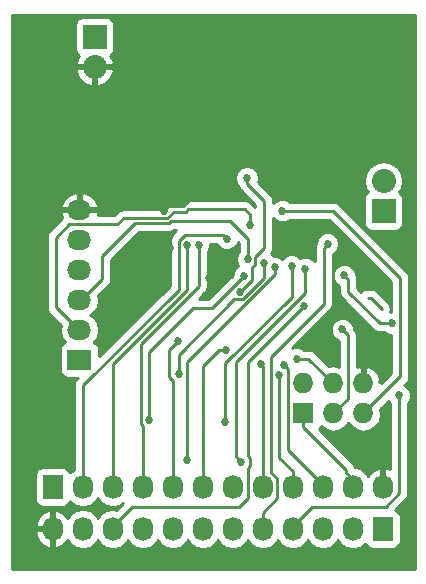
<source format=gbl>
%TF.GenerationSoftware,KiCad,Pcbnew,4.0.4+e1-6308~48~ubuntu16.04.1-stable*%
%TF.CreationDate,2016-12-31T15:20:46-08:00*%
%TF.ProjectId,atmega328,61746D6567613332382E6B696361645F,1.2*%
%TF.FileFunction,Copper,L2,Bot,Signal*%
%FSLAX46Y46*%
G04 Gerber Fmt 4.6, Leading zero omitted, Abs format (unit mm)*
G04 Created by KiCad (PCBNEW 4.0.4+e1-6308~48~ubuntu16.04.1-stable) date Sat Dec 31 15:20:46 2016*
%MOMM*%
%LPD*%
G01*
G04 APERTURE LIST*
%ADD10C,0.350000*%
%ADD11R,2.032000X1.727200*%
%ADD12O,2.032000X1.727200*%
%ADD13R,1.727200X2.032000*%
%ADD14O,1.727200X2.032000*%
%ADD15R,1.727200X1.727200*%
%ADD16O,1.727200X1.727200*%
%ADD17R,2.032000X2.032000*%
%ADD18O,2.032000X2.032000*%
%ADD19C,0.685800*%
%ADD20C,0.254000*%
%ADD21C,0.330200*%
%ADD22C,0.330200*%
%ADD23C,0.350000*%
G04 APERTURE END LIST*
D10*
D11*
X111988600Y-116992400D03*
D12*
X111988600Y-114452400D03*
X111988600Y-111912400D03*
X111988600Y-109372400D03*
X111988600Y-106832400D03*
X111988600Y-104292400D03*
D13*
X109728000Y-127762000D03*
D14*
X112268000Y-127762000D03*
X114808000Y-127762000D03*
X117348000Y-127762000D03*
X119888000Y-127762000D03*
X122428000Y-127762000D03*
X124968000Y-127762000D03*
X127508000Y-127762000D03*
X130048000Y-127762000D03*
X132588000Y-127762000D03*
X135128000Y-127762000D03*
X137668000Y-127762000D03*
D15*
X130937000Y-121539000D03*
D16*
X130937000Y-118999000D03*
X133477000Y-121539000D03*
X133477000Y-118999000D03*
X136017000Y-121539000D03*
X136017000Y-118999000D03*
D17*
X113284000Y-89662000D03*
D18*
X113284000Y-92202000D03*
D13*
X137668000Y-131318000D03*
D14*
X135128000Y-131318000D03*
X132588000Y-131318000D03*
X130048000Y-131318000D03*
X127508000Y-131318000D03*
X124968000Y-131318000D03*
X122428000Y-131318000D03*
X119888000Y-131318000D03*
X117348000Y-131318000D03*
X114808000Y-131318000D03*
X112268000Y-131318000D03*
X109728000Y-131318000D03*
D17*
X137731500Y-104394000D03*
D18*
X137731500Y-101854000D03*
D19*
X129159000Y-104378000D03*
X114886157Y-113700840D03*
X119650603Y-107559963D03*
X139192000Y-129603500D03*
X133667500Y-117094000D03*
X135763000Y-117157500D03*
X122957000Y-110052000D03*
X119126000Y-104394000D03*
X122936000Y-102362000D03*
X134937500Y-104330500D03*
X110998000Y-120269000D03*
X107569000Y-120269000D03*
X118160800Y-107899200D03*
X114401600Y-115747800D03*
X122643920Y-111633000D03*
X135763000Y-108458000D03*
X119634000Y-106553000D03*
X125539500Y-111252000D03*
X126174500Y-101600000D03*
X134239000Y-114427000D03*
X130371720Y-116898912D03*
X124460000Y-106730800D03*
X121098425Y-107268807D03*
X122072400Y-107289600D03*
X120307101Y-115404899D03*
X124409200Y-116128800D03*
X127393680Y-117367263D03*
X128892320Y-118291779D03*
X129286000Y-117398800D03*
X139065000Y-120015000D03*
X138430000Y-113919000D03*
X134405600Y-109855000D03*
X132994400Y-107188000D03*
X125691920Y-125628400D03*
X131114800Y-109270800D03*
X129946400Y-109016800D03*
X124307600Y-122275600D03*
X121107200Y-125476000D03*
X128524000Y-109169200D03*
X120383280Y-118224320D03*
X127609600Y-108762800D03*
X130966289Y-112475089D03*
X125933190Y-109883348D03*
X117906800Y-122072400D03*
X126447800Y-105581200D03*
X126238000Y-108458000D03*
D20*
X136398000Y-111736933D02*
X136628933Y-111736933D01*
X136628933Y-111736933D02*
X137566400Y-112674400D01*
X129643933Y-104378000D02*
X129159000Y-104378000D01*
X133461000Y-104378000D02*
X129643933Y-104378000D01*
X139153902Y-110070902D02*
X133461000Y-104378000D01*
X139153902Y-118402098D02*
X139153902Y-110070902D01*
X136017000Y-121539000D02*
X139153902Y-118402098D01*
D21*
X119507000Y-104013000D02*
X119126000Y-104394000D01*
X120800067Y-104013000D02*
X119507000Y-104013000D01*
X122936000Y-102362000D02*
X122451067Y-102362000D01*
X122451067Y-102362000D02*
X120800067Y-104013000D01*
X107569000Y-120269000D02*
X110998000Y-120269000D01*
D20*
X126555500Y-110236000D02*
X125539500Y-111252000D01*
X126555500Y-109220000D02*
X126555500Y-110236000D01*
X126873000Y-108902500D02*
X126555500Y-109220000D01*
X126873000Y-108267500D02*
X126873000Y-108902500D01*
X127635000Y-107505500D02*
X126873000Y-108267500D01*
X127635000Y-103545433D02*
X127635000Y-107505500D01*
X126174500Y-101600000D02*
X126174500Y-102084933D01*
X126174500Y-102084933D02*
X127635000Y-103545433D01*
X130937000Y-122656600D02*
X130937000Y-121539000D01*
X135128000Y-127101600D02*
X134569200Y-126542800D01*
X134569200Y-126542800D02*
X134569200Y-126288800D01*
X135128000Y-127762000D02*
X135128000Y-127101600D01*
X134569200Y-126288800D02*
X130937000Y-122656600D01*
X135128000Y-127762000D02*
X135128000Y-127609600D01*
X135128000Y-127609600D02*
X135178800Y-127558800D01*
X134721601Y-114909601D02*
X134239000Y-114427000D01*
X133477000Y-121539000D02*
X134721601Y-120294399D01*
X134721601Y-120294399D02*
X134721601Y-114909601D01*
X133477000Y-118999000D02*
X131376912Y-116898912D01*
X130856653Y-116898912D02*
X130371720Y-116898912D01*
X131376912Y-116898912D02*
X130856653Y-116898912D01*
X112268000Y-127762000D02*
X112268000Y-119155092D01*
X120907955Y-106387901D02*
X124117101Y-106387901D01*
X112268000Y-119155092D02*
X120374523Y-111048569D01*
X120374523Y-111048569D02*
X120374523Y-106921333D01*
X120374523Y-106921333D02*
X120907955Y-106387901D01*
X124117101Y-106387901D02*
X124460000Y-106730800D01*
X121098425Y-111043103D02*
X121098425Y-107753740D01*
X114808000Y-127762000D02*
X114808000Y-117333528D01*
X114808000Y-117333528D02*
X121098425Y-111043103D01*
X121098425Y-107753740D02*
X121098425Y-107268807D01*
X122072400Y-110787564D02*
X122072400Y-107774533D01*
X117166013Y-122402989D02*
X117166013Y-115693951D01*
X117348000Y-122584976D02*
X117166013Y-122402989D01*
X117348000Y-127762000D02*
X117348000Y-122584976D01*
X117166013Y-115693951D02*
X122072400Y-110787564D01*
X122072400Y-107774533D02*
X122072400Y-107289600D01*
X119888000Y-127762000D02*
X119888000Y-118800414D01*
X119888000Y-118800414D02*
X119545101Y-118457515D01*
X119545101Y-118457515D02*
X119545101Y-116166899D01*
X119545101Y-116166899D02*
X119888000Y-115824000D01*
X119888000Y-115824000D02*
X120307101Y-115404899D01*
X122428000Y-117500400D02*
X123799600Y-116128800D01*
X123799600Y-116128800D02*
X124409200Y-116128800D01*
X122428000Y-127762000D02*
X122428000Y-117500400D01*
X127508000Y-127762000D02*
X127508000Y-117481583D01*
X127508000Y-117481583D02*
X127393680Y-117367263D01*
X128892320Y-125285520D02*
X128892320Y-118776712D01*
X130048000Y-126441200D02*
X128892320Y-125285520D01*
X130048000Y-127762000D02*
X130048000Y-126441200D01*
X128892320Y-118776712D02*
X128892320Y-118291779D01*
X129286000Y-117398800D02*
X129628899Y-117741699D01*
X129628899Y-117741699D02*
X129628899Y-124650499D01*
X129628899Y-124650499D02*
X132588000Y-127609600D01*
X132588000Y-127609600D02*
X132588000Y-127762000D01*
X139065000Y-128277544D02*
X139065000Y-120015000D01*
X136804400Y-129438400D02*
X137904144Y-129438400D01*
X137904144Y-129438400D02*
X139065000Y-128277544D01*
X137414000Y-113919000D02*
X138430000Y-113919000D01*
X134748499Y-111253499D02*
X137414000Y-113919000D01*
X134405600Y-109855000D02*
X134748499Y-110197899D01*
X134748499Y-110197899D02*
X134748499Y-111253499D01*
X136804400Y-129438400D02*
X131699000Y-129438400D01*
X131699000Y-129438400D02*
X130073400Y-131064000D01*
X130073400Y-131064000D02*
X130073400Y-131216400D01*
X128168400Y-116738400D02*
X128168400Y-126509856D01*
X128168400Y-126509856D02*
X128752610Y-127094066D01*
X128752610Y-127094066D02*
X128752610Y-128727190D01*
X128752610Y-128727190D02*
X127533400Y-129946400D01*
X127533400Y-129946400D02*
X127533400Y-131216400D01*
X132651501Y-112255299D02*
X128168400Y-116738400D01*
X132994400Y-107188000D02*
X132651501Y-107530899D01*
X132651501Y-107530899D02*
X132651501Y-112255299D01*
X125222000Y-125158480D02*
X125349021Y-125285501D01*
X125349021Y-125285501D02*
X125691920Y-125628400D01*
X125222000Y-117195600D02*
X125222000Y-125158480D01*
X131114800Y-109270800D02*
X131114800Y-111302800D01*
X131114800Y-111302800D02*
X125222000Y-117195600D01*
X129946400Y-111651164D02*
X129946400Y-109501733D01*
X124307600Y-122275600D02*
X124307600Y-117289964D01*
X129946400Y-109501733D02*
X129946400Y-109016800D01*
X124307600Y-117289964D02*
X129946400Y-111651164D01*
X121107200Y-117180059D02*
X121107200Y-124991067D01*
X128524000Y-109763259D02*
X121107200Y-117180059D01*
X121107200Y-124991067D02*
X121107200Y-125476000D01*
X128524000Y-109169200D02*
X128524000Y-109763259D01*
X127609600Y-110102908D02*
X125838206Y-111874302D01*
X125100462Y-111874302D02*
X120383280Y-116591484D01*
X120383280Y-117739387D02*
X120383280Y-118224320D01*
X125838206Y-111874302D02*
X125100462Y-111874302D01*
X120383280Y-116591484D02*
X120383280Y-117739387D01*
X127609600Y-108762800D02*
X127609600Y-110102908D01*
X126263390Y-117177988D02*
X130623390Y-112817988D01*
X126415822Y-125975874D02*
X126415822Y-125280926D01*
X126263390Y-125128494D02*
X126263390Y-117177988D01*
X126263390Y-126128306D02*
X126415822Y-125975874D01*
X126263390Y-128701810D02*
X126263390Y-126128306D01*
X125526800Y-129438400D02*
X126263390Y-128701810D01*
X114833400Y-131064000D02*
X116459000Y-129438400D01*
X126415822Y-125280926D02*
X126263390Y-125128494D01*
X116459000Y-129438400D02*
X125526800Y-129438400D01*
X114833400Y-131216400D02*
X114833400Y-131064000D01*
X130623390Y-112817988D02*
X130966289Y-112475089D01*
X125590291Y-110226247D02*
X125933190Y-109883348D01*
X123192938Y-112623600D02*
X125590291Y-110226247D01*
X117906800Y-122072400D02*
X117906800Y-120548400D01*
X121564400Y-112623600D02*
X123192938Y-112623600D01*
X117889914Y-116298086D02*
X121564400Y-112623600D01*
X117889914Y-120531514D02*
X117889914Y-116298086D01*
X117906800Y-120548400D02*
X117889914Y-120531514D01*
X119983497Y-104457511D02*
X120984189Y-104457511D01*
X119424706Y-105016302D02*
X119983497Y-104457511D01*
X121174700Y-104267000D02*
X125984000Y-104267000D01*
X126447800Y-105096267D02*
X126447800Y-105581200D01*
X111094510Y-105537010D02*
X115196534Y-105537010D01*
X109982000Y-112547400D02*
X109982000Y-106649520D01*
X115717242Y-105016302D02*
X119424706Y-105016302D01*
X120984189Y-104457511D02*
X121174700Y-104267000D01*
X125984000Y-104267000D02*
X126447800Y-104730800D01*
X111861600Y-114427000D02*
X109982000Y-112547400D01*
X112014000Y-114427000D02*
X111861600Y-114427000D01*
X109982000Y-106649520D02*
X111094510Y-105537010D01*
X115196534Y-105537010D02*
X115717242Y-105016302D01*
X126447800Y-104730800D02*
X126447800Y-105096267D01*
X113919000Y-110134400D02*
X112141000Y-111912400D01*
X119593046Y-105422713D02*
X116700287Y-105422713D01*
X126238000Y-108458000D02*
X126238000Y-106807000D01*
X112141000Y-111912400D02*
X111988600Y-111912400D01*
X113919000Y-108204000D02*
X113919000Y-110134400D01*
X116700287Y-105422713D02*
X113919000Y-108204000D01*
X126238000Y-106807000D02*
X124714000Y-105283000D01*
X119732759Y-105283000D02*
X119593046Y-105422713D01*
X124714000Y-105283000D02*
X119732759Y-105283000D01*
X112166400Y-111887000D02*
X112014000Y-111887000D01*
X111861600Y-111887000D02*
X112014000Y-111887000D01*
G36*
X140387000Y-134672000D02*
X106247000Y-134672000D01*
X106247000Y-131679913D01*
X108242816Y-131679913D01*
X108436046Y-132232320D01*
X108825964Y-132668732D01*
X109353209Y-132922709D01*
X109368974Y-132925358D01*
X109601000Y-132804217D01*
X109601000Y-131445000D01*
X108387076Y-131445000D01*
X108242816Y-131679913D01*
X106247000Y-131679913D01*
X106247000Y-130956087D01*
X108242816Y-130956087D01*
X108387076Y-131191000D01*
X109601000Y-131191000D01*
X109601000Y-129831783D01*
X109368974Y-129710642D01*
X109353209Y-129713291D01*
X108825964Y-129967268D01*
X108436046Y-130403680D01*
X108242816Y-130956087D01*
X106247000Y-130956087D01*
X106247000Y-126746000D01*
X108216960Y-126746000D01*
X108216960Y-128778000D01*
X108261238Y-129013317D01*
X108400310Y-129229441D01*
X108612510Y-129374431D01*
X108864400Y-129425440D01*
X110591600Y-129425440D01*
X110826917Y-129381162D01*
X111043041Y-129242090D01*
X111188031Y-129029890D01*
X111196400Y-128988561D01*
X111208330Y-129006415D01*
X111694511Y-129331271D01*
X112268000Y-129445345D01*
X112841489Y-129331271D01*
X113327670Y-129006415D01*
X113538000Y-128691634D01*
X113748330Y-129006415D01*
X114234511Y-129331271D01*
X114808000Y-129445345D01*
X115381489Y-129331271D01*
X115703980Y-129115789D01*
X115122547Y-129697222D01*
X114808000Y-129634655D01*
X114234511Y-129748729D01*
X113748330Y-130073585D01*
X113538000Y-130388366D01*
X113327670Y-130073585D01*
X112841489Y-129748729D01*
X112268000Y-129634655D01*
X111694511Y-129748729D01*
X111208330Y-130073585D01*
X111001539Y-130383069D01*
X110630036Y-129967268D01*
X110102791Y-129713291D01*
X110087026Y-129710642D01*
X109855000Y-129831783D01*
X109855000Y-131191000D01*
X109875000Y-131191000D01*
X109875000Y-131445000D01*
X109855000Y-131445000D01*
X109855000Y-132804217D01*
X110087026Y-132925358D01*
X110102791Y-132922709D01*
X110630036Y-132668732D01*
X111001539Y-132252931D01*
X111208330Y-132562415D01*
X111694511Y-132887271D01*
X112268000Y-133001345D01*
X112841489Y-132887271D01*
X113327670Y-132562415D01*
X113538000Y-132247634D01*
X113748330Y-132562415D01*
X114234511Y-132887271D01*
X114808000Y-133001345D01*
X115381489Y-132887271D01*
X115867670Y-132562415D01*
X116078000Y-132247634D01*
X116288330Y-132562415D01*
X116774511Y-132887271D01*
X117348000Y-133001345D01*
X117921489Y-132887271D01*
X118407670Y-132562415D01*
X118618000Y-132247634D01*
X118828330Y-132562415D01*
X119314511Y-132887271D01*
X119888000Y-133001345D01*
X120461489Y-132887271D01*
X120947670Y-132562415D01*
X121158000Y-132247634D01*
X121368330Y-132562415D01*
X121854511Y-132887271D01*
X122428000Y-133001345D01*
X123001489Y-132887271D01*
X123487670Y-132562415D01*
X123698000Y-132247634D01*
X123908330Y-132562415D01*
X124394511Y-132887271D01*
X124968000Y-133001345D01*
X125541489Y-132887271D01*
X126027670Y-132562415D01*
X126238000Y-132247634D01*
X126448330Y-132562415D01*
X126934511Y-132887271D01*
X127508000Y-133001345D01*
X128081489Y-132887271D01*
X128567670Y-132562415D01*
X128778000Y-132247634D01*
X128988330Y-132562415D01*
X129474511Y-132887271D01*
X130048000Y-133001345D01*
X130621489Y-132887271D01*
X131107670Y-132562415D01*
X131318000Y-132247634D01*
X131528330Y-132562415D01*
X132014511Y-132887271D01*
X132588000Y-133001345D01*
X133161489Y-132887271D01*
X133647670Y-132562415D01*
X133858000Y-132247634D01*
X134068330Y-132562415D01*
X134554511Y-132887271D01*
X135128000Y-133001345D01*
X135701489Y-132887271D01*
X136187670Y-132562415D01*
X136197243Y-132548087D01*
X136201238Y-132569317D01*
X136340310Y-132785441D01*
X136552510Y-132930431D01*
X136804400Y-132981440D01*
X138531600Y-132981440D01*
X138766917Y-132937162D01*
X138983041Y-132798090D01*
X139128031Y-132585890D01*
X139179040Y-132334000D01*
X139179040Y-130302000D01*
X139134762Y-130066683D01*
X138995690Y-129850559D01*
X138783490Y-129705569D01*
X138726206Y-129693969D01*
X139603815Y-128816360D01*
X139768996Y-128569149D01*
X139795563Y-128435586D01*
X139827000Y-128277544D01*
X139827000Y-120636083D01*
X139893540Y-120569659D01*
X140042730Y-120210370D01*
X140043069Y-119821337D01*
X139894507Y-119461788D01*
X139619659Y-119186460D01*
X139497780Y-119135851D01*
X139692717Y-118940914D01*
X139857898Y-118693703D01*
X139915902Y-118402098D01*
X139915902Y-110070902D01*
X139857898Y-109779297D01*
X139831995Y-109740530D01*
X139692717Y-109532086D01*
X133999815Y-103839185D01*
X133784792Y-103695511D01*
X133752605Y-103674004D01*
X133461000Y-103616000D01*
X129780083Y-103616000D01*
X129713659Y-103549460D01*
X129354370Y-103400270D01*
X128965337Y-103399931D01*
X128605788Y-103548493D01*
X128397000Y-103756917D01*
X128397000Y-103545433D01*
X128338996Y-103253828D01*
X128173815Y-103006618D01*
X127096582Y-101929385D01*
X127127884Y-101854000D01*
X136048155Y-101854000D01*
X136173830Y-102485810D01*
X136400999Y-102825792D01*
X136264059Y-102913910D01*
X136119069Y-103126110D01*
X136068060Y-103378000D01*
X136068060Y-105410000D01*
X136112338Y-105645317D01*
X136251410Y-105861441D01*
X136463610Y-106006431D01*
X136715500Y-106057440D01*
X138747500Y-106057440D01*
X138982817Y-106013162D01*
X139198941Y-105874090D01*
X139343931Y-105661890D01*
X139394940Y-105410000D01*
X139394940Y-103378000D01*
X139350662Y-103142683D01*
X139211590Y-102926559D01*
X139062663Y-102824802D01*
X139289170Y-102485810D01*
X139414845Y-101854000D01*
X139289170Y-101222190D01*
X138931278Y-100686567D01*
X138395655Y-100328675D01*
X137763845Y-100203000D01*
X137699155Y-100203000D01*
X137067345Y-100328675D01*
X136531722Y-100686567D01*
X136173830Y-101222190D01*
X136048155Y-101854000D01*
X127127884Y-101854000D01*
X127152230Y-101795370D01*
X127152569Y-101406337D01*
X127004007Y-101046788D01*
X126729159Y-100771460D01*
X126369870Y-100622270D01*
X125980837Y-100621931D01*
X125621288Y-100770493D01*
X125345960Y-101045341D01*
X125196770Y-101404630D01*
X125196431Y-101793663D01*
X125344993Y-102153212D01*
X125446260Y-102254656D01*
X125470504Y-102376538D01*
X125604937Y-102577730D01*
X125635685Y-102623748D01*
X126873000Y-103861063D01*
X126873000Y-104078369D01*
X126522815Y-103728185D01*
X126473915Y-103695511D01*
X126275605Y-103563004D01*
X125984000Y-103505000D01*
X121174700Y-103505000D01*
X120883095Y-103563004D01*
X120684784Y-103695511D01*
X119983497Y-103695511D01*
X119691892Y-103753515D01*
X119592874Y-103819677D01*
X119444682Y-103918695D01*
X119109076Y-104254302D01*
X115717242Y-104254302D01*
X115425637Y-104312306D01*
X115178426Y-104477487D01*
X114880904Y-104775010D01*
X113541372Y-104775010D01*
X113593309Y-104667191D01*
X113595958Y-104651426D01*
X113474817Y-104419400D01*
X112115600Y-104419400D01*
X112115600Y-104439400D01*
X111861600Y-104439400D01*
X111861600Y-104419400D01*
X110502383Y-104419400D01*
X110381242Y-104651426D01*
X110383891Y-104667191D01*
X110547355Y-105006534D01*
X109443185Y-106110705D01*
X109278004Y-106357915D01*
X109220000Y-106649520D01*
X109220000Y-112547400D01*
X109278004Y-112839005D01*
X109394869Y-113013905D01*
X109443185Y-113086215D01*
X110388893Y-114031923D01*
X110305255Y-114452400D01*
X110419329Y-115025889D01*
X110744185Y-115512070D01*
X110758513Y-115521643D01*
X110737283Y-115525638D01*
X110521159Y-115664710D01*
X110376169Y-115876910D01*
X110325160Y-116128800D01*
X110325160Y-117856000D01*
X110369438Y-118091317D01*
X110508510Y-118307441D01*
X110720710Y-118452431D01*
X110972600Y-118503440D01*
X111842022Y-118503440D01*
X111729185Y-118616277D01*
X111564004Y-118863487D01*
X111506000Y-119155092D01*
X111506000Y-126318688D01*
X111208330Y-126517585D01*
X111198757Y-126531913D01*
X111194762Y-126510683D01*
X111055690Y-126294559D01*
X110843490Y-126149569D01*
X110591600Y-126098560D01*
X108864400Y-126098560D01*
X108629083Y-126142838D01*
X108412959Y-126281910D01*
X108267969Y-126494110D01*
X108216960Y-126746000D01*
X106247000Y-126746000D01*
X106247000Y-103933374D01*
X110381242Y-103933374D01*
X110502383Y-104165400D01*
X111861600Y-104165400D01*
X111861600Y-102951476D01*
X112115600Y-102951476D01*
X112115600Y-104165400D01*
X113474817Y-104165400D01*
X113595958Y-103933374D01*
X113593309Y-103917609D01*
X113339332Y-103390364D01*
X112902920Y-103000446D01*
X112350513Y-102807216D01*
X112115600Y-102951476D01*
X111861600Y-102951476D01*
X111626687Y-102807216D01*
X111074280Y-103000446D01*
X110637868Y-103390364D01*
X110383891Y-103917609D01*
X110381242Y-103933374D01*
X106247000Y-103933374D01*
X106247000Y-92584944D01*
X111678025Y-92584944D01*
X111877615Y-93066818D01*
X112315621Y-93539188D01*
X112901054Y-93807983D01*
X113157000Y-93689367D01*
X113157000Y-92329000D01*
X113411000Y-92329000D01*
X113411000Y-93689367D01*
X113666946Y-93807983D01*
X114252379Y-93539188D01*
X114690385Y-93066818D01*
X114889975Y-92584944D01*
X114770836Y-92329000D01*
X113411000Y-92329000D01*
X113157000Y-92329000D01*
X111797164Y-92329000D01*
X111678025Y-92584944D01*
X106247000Y-92584944D01*
X106247000Y-88646000D01*
X111620560Y-88646000D01*
X111620560Y-90678000D01*
X111664838Y-90913317D01*
X111803910Y-91129441D01*
X111966948Y-91240840D01*
X111877615Y-91337182D01*
X111678025Y-91819056D01*
X111797164Y-92075000D01*
X113157000Y-92075000D01*
X113157000Y-92055000D01*
X113411000Y-92055000D01*
X113411000Y-92075000D01*
X114770836Y-92075000D01*
X114889975Y-91819056D01*
X114690385Y-91337182D01*
X114599903Y-91239602D01*
X114751441Y-91142090D01*
X114896431Y-90929890D01*
X114947440Y-90678000D01*
X114947440Y-88646000D01*
X114903162Y-88410683D01*
X114764090Y-88194559D01*
X114551890Y-88049569D01*
X114300000Y-87998560D01*
X112268000Y-87998560D01*
X112032683Y-88042838D01*
X111816559Y-88181910D01*
X111671569Y-88394110D01*
X111620560Y-88646000D01*
X106247000Y-88646000D01*
X106247000Y-87832000D01*
X140387000Y-87832000D01*
X140387000Y-134672000D01*
X140387000Y-134672000D01*
G37*
X140387000Y-134672000D02*
X106247000Y-134672000D01*
X106247000Y-131679913D01*
X108242816Y-131679913D01*
X108436046Y-132232320D01*
X108825964Y-132668732D01*
X109353209Y-132922709D01*
X109368974Y-132925358D01*
X109601000Y-132804217D01*
X109601000Y-131445000D01*
X108387076Y-131445000D01*
X108242816Y-131679913D01*
X106247000Y-131679913D01*
X106247000Y-130956087D01*
X108242816Y-130956087D01*
X108387076Y-131191000D01*
X109601000Y-131191000D01*
X109601000Y-129831783D01*
X109368974Y-129710642D01*
X109353209Y-129713291D01*
X108825964Y-129967268D01*
X108436046Y-130403680D01*
X108242816Y-130956087D01*
X106247000Y-130956087D01*
X106247000Y-126746000D01*
X108216960Y-126746000D01*
X108216960Y-128778000D01*
X108261238Y-129013317D01*
X108400310Y-129229441D01*
X108612510Y-129374431D01*
X108864400Y-129425440D01*
X110591600Y-129425440D01*
X110826917Y-129381162D01*
X111043041Y-129242090D01*
X111188031Y-129029890D01*
X111196400Y-128988561D01*
X111208330Y-129006415D01*
X111694511Y-129331271D01*
X112268000Y-129445345D01*
X112841489Y-129331271D01*
X113327670Y-129006415D01*
X113538000Y-128691634D01*
X113748330Y-129006415D01*
X114234511Y-129331271D01*
X114808000Y-129445345D01*
X115381489Y-129331271D01*
X115703980Y-129115789D01*
X115122547Y-129697222D01*
X114808000Y-129634655D01*
X114234511Y-129748729D01*
X113748330Y-130073585D01*
X113538000Y-130388366D01*
X113327670Y-130073585D01*
X112841489Y-129748729D01*
X112268000Y-129634655D01*
X111694511Y-129748729D01*
X111208330Y-130073585D01*
X111001539Y-130383069D01*
X110630036Y-129967268D01*
X110102791Y-129713291D01*
X110087026Y-129710642D01*
X109855000Y-129831783D01*
X109855000Y-131191000D01*
X109875000Y-131191000D01*
X109875000Y-131445000D01*
X109855000Y-131445000D01*
X109855000Y-132804217D01*
X110087026Y-132925358D01*
X110102791Y-132922709D01*
X110630036Y-132668732D01*
X111001539Y-132252931D01*
X111208330Y-132562415D01*
X111694511Y-132887271D01*
X112268000Y-133001345D01*
X112841489Y-132887271D01*
X113327670Y-132562415D01*
X113538000Y-132247634D01*
X113748330Y-132562415D01*
X114234511Y-132887271D01*
X114808000Y-133001345D01*
X115381489Y-132887271D01*
X115867670Y-132562415D01*
X116078000Y-132247634D01*
X116288330Y-132562415D01*
X116774511Y-132887271D01*
X117348000Y-133001345D01*
X117921489Y-132887271D01*
X118407670Y-132562415D01*
X118618000Y-132247634D01*
X118828330Y-132562415D01*
X119314511Y-132887271D01*
X119888000Y-133001345D01*
X120461489Y-132887271D01*
X120947670Y-132562415D01*
X121158000Y-132247634D01*
X121368330Y-132562415D01*
X121854511Y-132887271D01*
X122428000Y-133001345D01*
X123001489Y-132887271D01*
X123487670Y-132562415D01*
X123698000Y-132247634D01*
X123908330Y-132562415D01*
X124394511Y-132887271D01*
X124968000Y-133001345D01*
X125541489Y-132887271D01*
X126027670Y-132562415D01*
X126238000Y-132247634D01*
X126448330Y-132562415D01*
X126934511Y-132887271D01*
X127508000Y-133001345D01*
X128081489Y-132887271D01*
X128567670Y-132562415D01*
X128778000Y-132247634D01*
X128988330Y-132562415D01*
X129474511Y-132887271D01*
X130048000Y-133001345D01*
X130621489Y-132887271D01*
X131107670Y-132562415D01*
X131318000Y-132247634D01*
X131528330Y-132562415D01*
X132014511Y-132887271D01*
X132588000Y-133001345D01*
X133161489Y-132887271D01*
X133647670Y-132562415D01*
X133858000Y-132247634D01*
X134068330Y-132562415D01*
X134554511Y-132887271D01*
X135128000Y-133001345D01*
X135701489Y-132887271D01*
X136187670Y-132562415D01*
X136197243Y-132548087D01*
X136201238Y-132569317D01*
X136340310Y-132785441D01*
X136552510Y-132930431D01*
X136804400Y-132981440D01*
X138531600Y-132981440D01*
X138766917Y-132937162D01*
X138983041Y-132798090D01*
X139128031Y-132585890D01*
X139179040Y-132334000D01*
X139179040Y-130302000D01*
X139134762Y-130066683D01*
X138995690Y-129850559D01*
X138783490Y-129705569D01*
X138726206Y-129693969D01*
X139603815Y-128816360D01*
X139768996Y-128569149D01*
X139795563Y-128435586D01*
X139827000Y-128277544D01*
X139827000Y-120636083D01*
X139893540Y-120569659D01*
X140042730Y-120210370D01*
X140043069Y-119821337D01*
X139894507Y-119461788D01*
X139619659Y-119186460D01*
X139497780Y-119135851D01*
X139692717Y-118940914D01*
X139857898Y-118693703D01*
X139915902Y-118402098D01*
X139915902Y-110070902D01*
X139857898Y-109779297D01*
X139831995Y-109740530D01*
X139692717Y-109532086D01*
X133999815Y-103839185D01*
X133784792Y-103695511D01*
X133752605Y-103674004D01*
X133461000Y-103616000D01*
X129780083Y-103616000D01*
X129713659Y-103549460D01*
X129354370Y-103400270D01*
X128965337Y-103399931D01*
X128605788Y-103548493D01*
X128397000Y-103756917D01*
X128397000Y-103545433D01*
X128338996Y-103253828D01*
X128173815Y-103006618D01*
X127096582Y-101929385D01*
X127127884Y-101854000D01*
X136048155Y-101854000D01*
X136173830Y-102485810D01*
X136400999Y-102825792D01*
X136264059Y-102913910D01*
X136119069Y-103126110D01*
X136068060Y-103378000D01*
X136068060Y-105410000D01*
X136112338Y-105645317D01*
X136251410Y-105861441D01*
X136463610Y-106006431D01*
X136715500Y-106057440D01*
X138747500Y-106057440D01*
X138982817Y-106013162D01*
X139198941Y-105874090D01*
X139343931Y-105661890D01*
X139394940Y-105410000D01*
X139394940Y-103378000D01*
X139350662Y-103142683D01*
X139211590Y-102926559D01*
X139062663Y-102824802D01*
X139289170Y-102485810D01*
X139414845Y-101854000D01*
X139289170Y-101222190D01*
X138931278Y-100686567D01*
X138395655Y-100328675D01*
X137763845Y-100203000D01*
X137699155Y-100203000D01*
X137067345Y-100328675D01*
X136531722Y-100686567D01*
X136173830Y-101222190D01*
X136048155Y-101854000D01*
X127127884Y-101854000D01*
X127152230Y-101795370D01*
X127152569Y-101406337D01*
X127004007Y-101046788D01*
X126729159Y-100771460D01*
X126369870Y-100622270D01*
X125980837Y-100621931D01*
X125621288Y-100770493D01*
X125345960Y-101045341D01*
X125196770Y-101404630D01*
X125196431Y-101793663D01*
X125344993Y-102153212D01*
X125446260Y-102254656D01*
X125470504Y-102376538D01*
X125604937Y-102577730D01*
X125635685Y-102623748D01*
X126873000Y-103861063D01*
X126873000Y-104078369D01*
X126522815Y-103728185D01*
X126473915Y-103695511D01*
X126275605Y-103563004D01*
X125984000Y-103505000D01*
X121174700Y-103505000D01*
X120883095Y-103563004D01*
X120684784Y-103695511D01*
X119983497Y-103695511D01*
X119691892Y-103753515D01*
X119592874Y-103819677D01*
X119444682Y-103918695D01*
X119109076Y-104254302D01*
X115717242Y-104254302D01*
X115425637Y-104312306D01*
X115178426Y-104477487D01*
X114880904Y-104775010D01*
X113541372Y-104775010D01*
X113593309Y-104667191D01*
X113595958Y-104651426D01*
X113474817Y-104419400D01*
X112115600Y-104419400D01*
X112115600Y-104439400D01*
X111861600Y-104439400D01*
X111861600Y-104419400D01*
X110502383Y-104419400D01*
X110381242Y-104651426D01*
X110383891Y-104667191D01*
X110547355Y-105006534D01*
X109443185Y-106110705D01*
X109278004Y-106357915D01*
X109220000Y-106649520D01*
X109220000Y-112547400D01*
X109278004Y-112839005D01*
X109394869Y-113013905D01*
X109443185Y-113086215D01*
X110388893Y-114031923D01*
X110305255Y-114452400D01*
X110419329Y-115025889D01*
X110744185Y-115512070D01*
X110758513Y-115521643D01*
X110737283Y-115525638D01*
X110521159Y-115664710D01*
X110376169Y-115876910D01*
X110325160Y-116128800D01*
X110325160Y-117856000D01*
X110369438Y-118091317D01*
X110508510Y-118307441D01*
X110720710Y-118452431D01*
X110972600Y-118503440D01*
X111842022Y-118503440D01*
X111729185Y-118616277D01*
X111564004Y-118863487D01*
X111506000Y-119155092D01*
X111506000Y-126318688D01*
X111208330Y-126517585D01*
X111198757Y-126531913D01*
X111194762Y-126510683D01*
X111055690Y-126294559D01*
X110843490Y-126149569D01*
X110591600Y-126098560D01*
X108864400Y-126098560D01*
X108629083Y-126142838D01*
X108412959Y-126281910D01*
X108267969Y-126494110D01*
X108216960Y-126746000D01*
X106247000Y-126746000D01*
X106247000Y-103933374D01*
X110381242Y-103933374D01*
X110502383Y-104165400D01*
X111861600Y-104165400D01*
X111861600Y-102951476D01*
X112115600Y-102951476D01*
X112115600Y-104165400D01*
X113474817Y-104165400D01*
X113595958Y-103933374D01*
X113593309Y-103917609D01*
X113339332Y-103390364D01*
X112902920Y-103000446D01*
X112350513Y-102807216D01*
X112115600Y-102951476D01*
X111861600Y-102951476D01*
X111626687Y-102807216D01*
X111074280Y-103000446D01*
X110637868Y-103390364D01*
X110383891Y-103917609D01*
X110381242Y-103933374D01*
X106247000Y-103933374D01*
X106247000Y-92584944D01*
X111678025Y-92584944D01*
X111877615Y-93066818D01*
X112315621Y-93539188D01*
X112901054Y-93807983D01*
X113157000Y-93689367D01*
X113157000Y-92329000D01*
X113411000Y-92329000D01*
X113411000Y-93689367D01*
X113666946Y-93807983D01*
X114252379Y-93539188D01*
X114690385Y-93066818D01*
X114889975Y-92584944D01*
X114770836Y-92329000D01*
X113411000Y-92329000D01*
X113157000Y-92329000D01*
X111797164Y-92329000D01*
X111678025Y-92584944D01*
X106247000Y-92584944D01*
X106247000Y-88646000D01*
X111620560Y-88646000D01*
X111620560Y-90678000D01*
X111664838Y-90913317D01*
X111803910Y-91129441D01*
X111966948Y-91240840D01*
X111877615Y-91337182D01*
X111678025Y-91819056D01*
X111797164Y-92075000D01*
X113157000Y-92075000D01*
X113157000Y-92055000D01*
X113411000Y-92055000D01*
X113411000Y-92075000D01*
X114770836Y-92075000D01*
X114889975Y-91819056D01*
X114690385Y-91337182D01*
X114599903Y-91239602D01*
X114751441Y-91142090D01*
X114896431Y-90929890D01*
X114947440Y-90678000D01*
X114947440Y-88646000D01*
X114903162Y-88410683D01*
X114764090Y-88194559D01*
X114551890Y-88049569D01*
X114300000Y-87998560D01*
X112268000Y-87998560D01*
X112032683Y-88042838D01*
X111816559Y-88181910D01*
X111671569Y-88394110D01*
X111620560Y-88646000D01*
X106247000Y-88646000D01*
X106247000Y-87832000D01*
X140387000Y-87832000D01*
X140387000Y-134672000D01*
G36*
X138235493Y-120568212D02*
X138303000Y-120635837D01*
X138303000Y-126282635D01*
X138042791Y-126157291D01*
X138027026Y-126154642D01*
X137795000Y-126275783D01*
X137795000Y-127635000D01*
X137815000Y-127635000D01*
X137815000Y-127889000D01*
X137795000Y-127889000D01*
X137795000Y-127909000D01*
X137541000Y-127909000D01*
X137541000Y-127889000D01*
X137521000Y-127889000D01*
X137521000Y-127635000D01*
X137541000Y-127635000D01*
X137541000Y-126275783D01*
X137308974Y-126154642D01*
X137293209Y-126157291D01*
X136765964Y-126411268D01*
X136394461Y-126827069D01*
X136187670Y-126517585D01*
X135701489Y-126192729D01*
X135296049Y-126112082D01*
X135273197Y-125997196D01*
X135108016Y-125749985D01*
X132235417Y-122877387D01*
X132252041Y-122866690D01*
X132397031Y-122654490D01*
X132405864Y-122610869D01*
X132417330Y-122628029D01*
X132903511Y-122952885D01*
X133477000Y-123066959D01*
X134050489Y-122952885D01*
X134536670Y-122628029D01*
X134747000Y-122313248D01*
X134957330Y-122628029D01*
X135443511Y-122952885D01*
X136017000Y-123066959D01*
X136590489Y-122952885D01*
X137076670Y-122628029D01*
X137401526Y-122141848D01*
X137515600Y-121568359D01*
X137515600Y-121509641D01*
X137450628Y-121183003D01*
X138185766Y-120447864D01*
X138235493Y-120568212D01*
X138235493Y-120568212D01*
G37*
X138235493Y-120568212D02*
X138303000Y-120635837D01*
X138303000Y-126282635D01*
X138042791Y-126157291D01*
X138027026Y-126154642D01*
X137795000Y-126275783D01*
X137795000Y-127635000D01*
X137815000Y-127635000D01*
X137815000Y-127889000D01*
X137795000Y-127889000D01*
X137795000Y-127909000D01*
X137541000Y-127909000D01*
X137541000Y-127889000D01*
X137521000Y-127889000D01*
X137521000Y-127635000D01*
X137541000Y-127635000D01*
X137541000Y-126275783D01*
X137308974Y-126154642D01*
X137293209Y-126157291D01*
X136765964Y-126411268D01*
X136394461Y-126827069D01*
X136187670Y-126517585D01*
X135701489Y-126192729D01*
X135296049Y-126112082D01*
X135273197Y-125997196D01*
X135108016Y-125749985D01*
X132235417Y-122877387D01*
X132252041Y-122866690D01*
X132397031Y-122654490D01*
X132405864Y-122610869D01*
X132417330Y-122628029D01*
X132903511Y-122952885D01*
X133477000Y-123066959D01*
X134050489Y-122952885D01*
X134536670Y-122628029D01*
X134747000Y-122313248D01*
X134957330Y-122628029D01*
X135443511Y-122952885D01*
X136017000Y-123066959D01*
X136590489Y-122952885D01*
X137076670Y-122628029D01*
X137401526Y-122141848D01*
X137515600Y-121568359D01*
X137515600Y-121509641D01*
X137450628Y-121183003D01*
X138185766Y-120447864D01*
X138235493Y-120568212D01*
G36*
X128604341Y-105206540D02*
X128963630Y-105355730D01*
X129352663Y-105356069D01*
X129712212Y-105207507D01*
X129779837Y-105140000D01*
X133145370Y-105140000D01*
X138391902Y-110386533D01*
X138391902Y-112941067D01*
X138275378Y-112940965D01*
X138328400Y-112674400D01*
X138270397Y-112382796D01*
X138105216Y-112135585D01*
X137167748Y-111198118D01*
X137145128Y-111183004D01*
X136920538Y-111032937D01*
X136628933Y-110974933D01*
X136398000Y-110974933D01*
X136106395Y-111032937D01*
X135859185Y-111198118D01*
X135823762Y-111251132D01*
X135510499Y-110937869D01*
X135510499Y-110197899D01*
X135452495Y-109906294D01*
X135397516Y-109824012D01*
X135383545Y-109803104D01*
X135383669Y-109661337D01*
X135235107Y-109301788D01*
X134960259Y-109026460D01*
X134600970Y-108877270D01*
X134211937Y-108876931D01*
X133852388Y-109025493D01*
X133577060Y-109300341D01*
X133427870Y-109659630D01*
X133427531Y-110048663D01*
X133576093Y-110408212D01*
X133850941Y-110683540D01*
X133986499Y-110739829D01*
X133986499Y-111253499D01*
X134044503Y-111545104D01*
X134195505Y-111771093D01*
X134209684Y-111792314D01*
X136875185Y-114457816D01*
X137023377Y-114556834D01*
X137122395Y-114622996D01*
X137414000Y-114681000D01*
X137808917Y-114681000D01*
X137875341Y-114747540D01*
X138234630Y-114896730D01*
X138391902Y-114896867D01*
X138391902Y-118086467D01*
X137515600Y-118962770D01*
X137515600Y-118871998D01*
X137351470Y-118871998D01*
X137471968Y-118639973D01*
X137223821Y-118110510D01*
X136791947Y-117716312D01*
X136376026Y-117544042D01*
X136144000Y-117665183D01*
X136144000Y-118872000D01*
X136164000Y-118872000D01*
X136164000Y-119126000D01*
X136144000Y-119126000D01*
X136144000Y-119146000D01*
X135890000Y-119146000D01*
X135890000Y-119126000D01*
X135870000Y-119126000D01*
X135870000Y-118872000D01*
X135890000Y-118872000D01*
X135890000Y-117665183D01*
X135657974Y-117544042D01*
X135483601Y-117616265D01*
X135483601Y-114909601D01*
X135425597Y-114617996D01*
X135260416Y-114370786D01*
X135216987Y-114327357D01*
X135217069Y-114233337D01*
X135068507Y-113873788D01*
X134793659Y-113598460D01*
X134434370Y-113449270D01*
X134045337Y-113448931D01*
X133685788Y-113597493D01*
X133410460Y-113872341D01*
X133261270Y-114231630D01*
X133260931Y-114620663D01*
X133409493Y-114980212D01*
X133684341Y-115255540D01*
X133959601Y-115369838D01*
X133959601Y-117567036D01*
X133477000Y-117471041D01*
X133101385Y-117545755D01*
X131915727Y-116360097D01*
X131892015Y-116344253D01*
X131668517Y-116194916D01*
X131376912Y-116136912D01*
X130992803Y-116136912D01*
X130926379Y-116070372D01*
X130567090Y-115921182D01*
X130178057Y-115920843D01*
X129982986Y-116001444D01*
X133190316Y-112794115D01*
X133355497Y-112546904D01*
X133365039Y-112498933D01*
X133413501Y-112255299D01*
X133413501Y-108072920D01*
X133547612Y-108017507D01*
X133822940Y-107742659D01*
X133972130Y-107383370D01*
X133972469Y-106994337D01*
X133823907Y-106634788D01*
X133549059Y-106359460D01*
X133189770Y-106210270D01*
X132800737Y-106209931D01*
X132441188Y-106358493D01*
X132165860Y-106633341D01*
X132016670Y-106992630D01*
X132016545Y-107135969D01*
X131947505Y-107239294D01*
X131889501Y-107530899D01*
X131889501Y-108662686D01*
X131669459Y-108442260D01*
X131310170Y-108293070D01*
X130921137Y-108292731D01*
X130697565Y-108385109D01*
X130501059Y-108188260D01*
X130141770Y-108039070D01*
X129752737Y-108038731D01*
X129393188Y-108187293D01*
X129158966Y-108421107D01*
X129078659Y-108340660D01*
X128719370Y-108191470D01*
X128420761Y-108191210D01*
X128214035Y-107984123D01*
X128287750Y-107873800D01*
X128338996Y-107797105D01*
X128397000Y-107505500D01*
X128397000Y-104998837D01*
X128604341Y-105206540D01*
X128604341Y-105206540D01*
G37*
X128604341Y-105206540D02*
X128963630Y-105355730D01*
X129352663Y-105356069D01*
X129712212Y-105207507D01*
X129779837Y-105140000D01*
X133145370Y-105140000D01*
X138391902Y-110386533D01*
X138391902Y-112941067D01*
X138275378Y-112940965D01*
X138328400Y-112674400D01*
X138270397Y-112382796D01*
X138105216Y-112135585D01*
X137167748Y-111198118D01*
X137145128Y-111183004D01*
X136920538Y-111032937D01*
X136628933Y-110974933D01*
X136398000Y-110974933D01*
X136106395Y-111032937D01*
X135859185Y-111198118D01*
X135823762Y-111251132D01*
X135510499Y-110937869D01*
X135510499Y-110197899D01*
X135452495Y-109906294D01*
X135397516Y-109824012D01*
X135383545Y-109803104D01*
X135383669Y-109661337D01*
X135235107Y-109301788D01*
X134960259Y-109026460D01*
X134600970Y-108877270D01*
X134211937Y-108876931D01*
X133852388Y-109025493D01*
X133577060Y-109300341D01*
X133427870Y-109659630D01*
X133427531Y-110048663D01*
X133576093Y-110408212D01*
X133850941Y-110683540D01*
X133986499Y-110739829D01*
X133986499Y-111253499D01*
X134044503Y-111545104D01*
X134195505Y-111771093D01*
X134209684Y-111792314D01*
X136875185Y-114457816D01*
X137023377Y-114556834D01*
X137122395Y-114622996D01*
X137414000Y-114681000D01*
X137808917Y-114681000D01*
X137875341Y-114747540D01*
X138234630Y-114896730D01*
X138391902Y-114896867D01*
X138391902Y-118086467D01*
X137515600Y-118962770D01*
X137515600Y-118871998D01*
X137351470Y-118871998D01*
X137471968Y-118639973D01*
X137223821Y-118110510D01*
X136791947Y-117716312D01*
X136376026Y-117544042D01*
X136144000Y-117665183D01*
X136144000Y-118872000D01*
X136164000Y-118872000D01*
X136164000Y-119126000D01*
X136144000Y-119126000D01*
X136144000Y-119146000D01*
X135890000Y-119146000D01*
X135890000Y-119126000D01*
X135870000Y-119126000D01*
X135870000Y-118872000D01*
X135890000Y-118872000D01*
X135890000Y-117665183D01*
X135657974Y-117544042D01*
X135483601Y-117616265D01*
X135483601Y-114909601D01*
X135425597Y-114617996D01*
X135260416Y-114370786D01*
X135216987Y-114327357D01*
X135217069Y-114233337D01*
X135068507Y-113873788D01*
X134793659Y-113598460D01*
X134434370Y-113449270D01*
X134045337Y-113448931D01*
X133685788Y-113597493D01*
X133410460Y-113872341D01*
X133261270Y-114231630D01*
X133260931Y-114620663D01*
X133409493Y-114980212D01*
X133684341Y-115255540D01*
X133959601Y-115369838D01*
X133959601Y-117567036D01*
X133477000Y-117471041D01*
X133101385Y-117545755D01*
X131915727Y-116360097D01*
X131892015Y-116344253D01*
X131668517Y-116194916D01*
X131376912Y-116136912D01*
X130992803Y-116136912D01*
X130926379Y-116070372D01*
X130567090Y-115921182D01*
X130178057Y-115920843D01*
X129982986Y-116001444D01*
X133190316Y-112794115D01*
X133355497Y-112546904D01*
X133365039Y-112498933D01*
X133413501Y-112255299D01*
X133413501Y-108072920D01*
X133547612Y-108017507D01*
X133822940Y-107742659D01*
X133972130Y-107383370D01*
X133972469Y-106994337D01*
X133823907Y-106634788D01*
X133549059Y-106359460D01*
X133189770Y-106210270D01*
X132800737Y-106209931D01*
X132441188Y-106358493D01*
X132165860Y-106633341D01*
X132016670Y-106992630D01*
X132016545Y-107135969D01*
X131947505Y-107239294D01*
X131889501Y-107530899D01*
X131889501Y-108662686D01*
X131669459Y-108442260D01*
X131310170Y-108293070D01*
X130921137Y-108292731D01*
X130697565Y-108385109D01*
X130501059Y-108188260D01*
X130141770Y-108039070D01*
X129752737Y-108038731D01*
X129393188Y-108187293D01*
X129158966Y-108421107D01*
X129078659Y-108340660D01*
X128719370Y-108191470D01*
X128420761Y-108191210D01*
X128214035Y-107984123D01*
X128287750Y-107873800D01*
X128338996Y-107797105D01*
X128397000Y-107505500D01*
X128397000Y-104998837D01*
X128604341Y-105206540D01*
G36*
X119835708Y-106382518D02*
X119670527Y-106629728D01*
X119612523Y-106921333D01*
X119612523Y-110732938D01*
X113652040Y-116693422D01*
X113652040Y-116128800D01*
X113607762Y-115893483D01*
X113468690Y-115677359D01*
X113256490Y-115532369D01*
X113215161Y-115524000D01*
X113233015Y-115512070D01*
X113557871Y-115025889D01*
X113671945Y-114452400D01*
X113557871Y-113878911D01*
X113233015Y-113392730D01*
X112918234Y-113182400D01*
X113233015Y-112972070D01*
X113557871Y-112485889D01*
X113671945Y-111912400D01*
X113596735Y-111534295D01*
X114457816Y-110673215D01*
X114580568Y-110489503D01*
X114622996Y-110426005D01*
X114681000Y-110134400D01*
X114681000Y-108519630D01*
X117015918Y-106184713D01*
X119593046Y-106184713D01*
X119884651Y-106126709D01*
X120006937Y-106045000D01*
X120173225Y-106045000D01*
X119835708Y-106382518D01*
X119835708Y-106382518D01*
G37*
X119835708Y-106382518D02*
X119670527Y-106629728D01*
X119612523Y-106921333D01*
X119612523Y-110732938D01*
X113652040Y-116693422D01*
X113652040Y-116128800D01*
X113607762Y-115893483D01*
X113468690Y-115677359D01*
X113256490Y-115532369D01*
X113215161Y-115524000D01*
X113233015Y-115512070D01*
X113557871Y-115025889D01*
X113671945Y-114452400D01*
X113557871Y-113878911D01*
X113233015Y-113392730D01*
X112918234Y-113182400D01*
X113233015Y-112972070D01*
X113557871Y-112485889D01*
X113671945Y-111912400D01*
X113596735Y-111534295D01*
X114457816Y-110673215D01*
X114580568Y-110489503D01*
X114622996Y-110426005D01*
X114681000Y-110134400D01*
X114681000Y-108519630D01*
X117015918Y-106184713D01*
X119593046Y-106184713D01*
X119884651Y-106126709D01*
X120006937Y-106045000D01*
X120173225Y-106045000D01*
X119835708Y-106382518D01*
G36*
X125476000Y-107122631D02*
X125476000Y-107836917D01*
X125409460Y-107903341D01*
X125260270Y-108262630D01*
X125259931Y-108651663D01*
X125408493Y-109011212D01*
X125430294Y-109033051D01*
X125379978Y-109053841D01*
X125104650Y-109328689D01*
X124955460Y-109687978D01*
X124955377Y-109783531D01*
X122877308Y-111861600D01*
X122075994Y-111861600D01*
X122611215Y-111326379D01*
X122659912Y-111253499D01*
X122776396Y-111079169D01*
X122834400Y-110787564D01*
X122834400Y-107910683D01*
X122900940Y-107844259D01*
X123050130Y-107484970D01*
X123050422Y-107149901D01*
X123575080Y-107149901D01*
X123630493Y-107284012D01*
X123905341Y-107559340D01*
X124264630Y-107708530D01*
X124653663Y-107708869D01*
X125013212Y-107560307D01*
X125288540Y-107285459D01*
X125391316Y-107037947D01*
X125476000Y-107122631D01*
X125476000Y-107122631D01*
G37*
X125476000Y-107122631D02*
X125476000Y-107836917D01*
X125409460Y-107903341D01*
X125260270Y-108262630D01*
X125259931Y-108651663D01*
X125408493Y-109011212D01*
X125430294Y-109033051D01*
X125379978Y-109053841D01*
X125104650Y-109328689D01*
X124955460Y-109687978D01*
X124955377Y-109783531D01*
X122877308Y-111861600D01*
X122075994Y-111861600D01*
X122611215Y-111326379D01*
X122659912Y-111253499D01*
X122776396Y-111079169D01*
X122834400Y-110787564D01*
X122834400Y-107910683D01*
X122900940Y-107844259D01*
X123050130Y-107484970D01*
X123050422Y-107149901D01*
X123575080Y-107149901D01*
X123630493Y-107284012D01*
X123905341Y-107559340D01*
X124264630Y-107708530D01*
X124653663Y-107708869D01*
X125013212Y-107560307D01*
X125288540Y-107285459D01*
X125391316Y-107037947D01*
X125476000Y-107122631D01*
D22*
X129159000Y-104378000D03*
X114886157Y-113700840D03*
X119650603Y-107559963D03*
X139192000Y-129603500D03*
X133667500Y-117094000D03*
X135763000Y-117157500D03*
X122957000Y-110052000D03*
X119126000Y-104394000D03*
X122936000Y-102362000D03*
X134937500Y-104330500D03*
X110998000Y-120269000D03*
X107569000Y-120269000D03*
X118160800Y-107899200D03*
X114401600Y-115747800D03*
X122643920Y-111633000D03*
X135763000Y-108458000D03*
X119634000Y-106553000D03*
X125539500Y-111252000D03*
X126174500Y-101600000D03*
X134239000Y-114427000D03*
X130371720Y-116898912D03*
X124460000Y-106730800D03*
X121098425Y-107268807D03*
X122072400Y-107289600D03*
X120307101Y-115404899D03*
X124409200Y-116128800D03*
X127393680Y-117367263D03*
X128892320Y-118291779D03*
X129286000Y-117398800D03*
X139065000Y-120015000D03*
X138430000Y-113919000D03*
X134405600Y-109855000D03*
X132994400Y-107188000D03*
X125691920Y-125628400D03*
X131114800Y-109270800D03*
X129946400Y-109016800D03*
X124307600Y-122275600D03*
X121107200Y-125476000D03*
X128524000Y-109169200D03*
X120383280Y-118224320D03*
X127609600Y-108762800D03*
X130966289Y-112475089D03*
X125933190Y-109883348D03*
X117906800Y-122072400D03*
X126447800Y-105581200D03*
X126238000Y-108458000D03*
D23*
X111988600Y-116992400D03*
X111988600Y-114452400D03*
X111988600Y-111912400D03*
X111988600Y-109372400D03*
X111988600Y-106832400D03*
X111988600Y-104292400D03*
X109728000Y-127762000D03*
X112268000Y-127762000D03*
X114808000Y-127762000D03*
X117348000Y-127762000D03*
X119888000Y-127762000D03*
X122428000Y-127762000D03*
X124968000Y-127762000D03*
X127508000Y-127762000D03*
X130048000Y-127762000D03*
X132588000Y-127762000D03*
X135128000Y-127762000D03*
X137668000Y-127762000D03*
X130937000Y-121539000D03*
X130937000Y-118999000D03*
X133477000Y-121539000D03*
X133477000Y-118999000D03*
X136017000Y-121539000D03*
X136017000Y-118999000D03*
X113284000Y-89662000D03*
X113284000Y-92202000D03*
X137668000Y-131318000D03*
X135128000Y-131318000D03*
X132588000Y-131318000D03*
X130048000Y-131318000D03*
X127508000Y-131318000D03*
X124968000Y-131318000D03*
X122428000Y-131318000D03*
X119888000Y-131318000D03*
X117348000Y-131318000D03*
X114808000Y-131318000D03*
X112268000Y-131318000D03*
X109728000Y-131318000D03*
X137731500Y-104394000D03*
X137731500Y-101854000D03*
M02*

</source>
